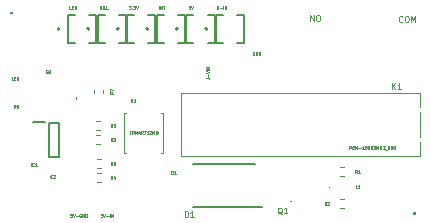
<source format=gbr>
%TF.GenerationSoftware,KiCad,Pcbnew,(5.99.0-10548-gc49af57c2a)*%
%TF.CreationDate,2021-06-24T16:08:38+08:00*%
%TF.ProjectId,facegate-relay-v3-new,66616365-6761-4746-952d-72656c61792d,v01*%
%TF.SameCoordinates,Original*%
%TF.FileFunction,Legend,Top*%
%TF.FilePolarity,Positive*%
%FSLAX46Y46*%
G04 Gerber Fmt 4.6, Leading zero omitted, Abs format (unit mm)*
G04 Created by KiCad (PCBNEW (5.99.0-10548-gc49af57c2a)) date 2021-06-24 16:08:38*
%MOMM*%
%LPD*%
G01*
G04 APERTURE LIST*
%ADD10C,0.125000*%
%ADD11C,0.062500*%
%ADD12C,0.025000*%
%ADD13C,0.150000*%
%ADD14C,0.120000*%
%ADD15C,0.100000*%
%ADD16C,0.200000*%
G04 APERTURE END LIST*
D10*
%TO.C,NO*%
X117095238Y-59826190D02*
X117095238Y-59326190D01*
X117380952Y-59826190D01*
X117380952Y-59326190D01*
X117714285Y-59326190D02*
X117809523Y-59326190D01*
X117857142Y-59350000D01*
X117904761Y-59397619D01*
X117928571Y-59492857D01*
X117928571Y-59659523D01*
X117904761Y-59754761D01*
X117857142Y-59802380D01*
X117809523Y-59826190D01*
X117714285Y-59826190D01*
X117666666Y-59802380D01*
X117619047Y-59754761D01*
X117595238Y-59659523D01*
X117595238Y-59492857D01*
X117619047Y-59397619D01*
X117666666Y-59350000D01*
X117714285Y-59326190D01*
X124907142Y-59878571D02*
X124883333Y-59902380D01*
X124811904Y-59926190D01*
X124764285Y-59926190D01*
X124692857Y-59902380D01*
X124645238Y-59854761D01*
X124621428Y-59807142D01*
X124597619Y-59711904D01*
X124597619Y-59640476D01*
X124621428Y-59545238D01*
X124645238Y-59497619D01*
X124692857Y-59450000D01*
X124764285Y-59426190D01*
X124811904Y-59426190D01*
X124883333Y-59450000D01*
X124907142Y-59473809D01*
X125216666Y-59426190D02*
X125311904Y-59426190D01*
X125359523Y-59450000D01*
X125407142Y-59497619D01*
X125430952Y-59592857D01*
X125430952Y-59759523D01*
X125407142Y-59854761D01*
X125359523Y-59902380D01*
X125311904Y-59926190D01*
X125216666Y-59926190D01*
X125169047Y-59902380D01*
X125121428Y-59854761D01*
X125097619Y-59759523D01*
X125097619Y-59592857D01*
X125121428Y-59497619D01*
X125169047Y-59450000D01*
X125216666Y-59426190D01*
X125645238Y-59926190D02*
X125645238Y-59426190D01*
X125811904Y-59783333D01*
X125978571Y-59426190D01*
X125978571Y-59926190D01*
D11*
%TO.C,R4*%
X100358333Y-73213095D02*
X100275000Y-73094047D01*
X100215476Y-73213095D02*
X100215476Y-72963095D01*
X100310714Y-72963095D01*
X100334523Y-72975000D01*
X100346428Y-72986904D01*
X100358333Y-73010714D01*
X100358333Y-73046428D01*
X100346428Y-73070238D01*
X100334523Y-73082142D01*
X100310714Y-73094047D01*
X100215476Y-73094047D01*
X100572619Y-73046428D02*
X100572619Y-73213095D01*
X100513095Y-72951190D02*
X100453571Y-73129761D01*
X100608333Y-73129761D01*
%TO.C,C2*%
X95258333Y-73089285D02*
X95246428Y-73101190D01*
X95210714Y-73113095D01*
X95186904Y-73113095D01*
X95151190Y-73101190D01*
X95127380Y-73077380D01*
X95115476Y-73053571D01*
X95103571Y-73005952D01*
X95103571Y-72970238D01*
X95115476Y-72922619D01*
X95127380Y-72898809D01*
X95151190Y-72875000D01*
X95186904Y-72863095D01*
X95210714Y-72863095D01*
X95246428Y-72875000D01*
X95258333Y-72886904D01*
X95353571Y-72886904D02*
X95365476Y-72875000D01*
X95389285Y-72863095D01*
X95448809Y-72863095D01*
X95472619Y-72875000D01*
X95484523Y-72886904D01*
X95496428Y-72910714D01*
X95496428Y-72934523D01*
X95484523Y-72970238D01*
X95341666Y-73113095D01*
X95496428Y-73113095D01*
D10*
%TO.C,K1*%
X124030952Y-65626190D02*
X124030952Y-65126190D01*
X124316666Y-65626190D02*
X124102380Y-65340476D01*
X124316666Y-65126190D02*
X124030952Y-65411904D01*
X124792857Y-65626190D02*
X124507142Y-65626190D01*
X124650000Y-65626190D02*
X124650000Y-65126190D01*
X124602380Y-65197619D01*
X124554761Y-65245238D01*
X124507142Y-65269047D01*
D11*
X120427380Y-70693095D02*
X120427380Y-70443095D01*
X120522619Y-70443095D01*
X120546428Y-70455000D01*
X120558333Y-70466904D01*
X120570238Y-70490714D01*
X120570238Y-70526428D01*
X120558333Y-70550238D01*
X120546428Y-70562142D01*
X120522619Y-70574047D01*
X120427380Y-70574047D01*
X120820238Y-70669285D02*
X120808333Y-70681190D01*
X120772619Y-70693095D01*
X120748809Y-70693095D01*
X120713095Y-70681190D01*
X120689285Y-70657380D01*
X120677380Y-70633571D01*
X120665476Y-70585952D01*
X120665476Y-70550238D01*
X120677380Y-70502619D01*
X120689285Y-70478809D01*
X120713095Y-70455000D01*
X120748809Y-70443095D01*
X120772619Y-70443095D01*
X120808333Y-70455000D01*
X120820238Y-70466904D01*
X120927380Y-70693095D02*
X120927380Y-70443095D01*
X121070238Y-70693095D01*
X121070238Y-70443095D01*
X121189285Y-70597857D02*
X121379761Y-70597857D01*
X121629761Y-70693095D02*
X121486904Y-70693095D01*
X121558333Y-70693095D02*
X121558333Y-70443095D01*
X121534523Y-70478809D01*
X121510714Y-70502619D01*
X121486904Y-70514523D01*
X121784523Y-70443095D02*
X121808333Y-70443095D01*
X121832142Y-70455000D01*
X121844047Y-70466904D01*
X121855952Y-70490714D01*
X121867857Y-70538333D01*
X121867857Y-70597857D01*
X121855952Y-70645476D01*
X121844047Y-70669285D01*
X121832142Y-70681190D01*
X121808333Y-70693095D01*
X121784523Y-70693095D01*
X121760714Y-70681190D01*
X121748809Y-70669285D01*
X121736904Y-70645476D01*
X121725000Y-70597857D01*
X121725000Y-70538333D01*
X121736904Y-70490714D01*
X121748809Y-70466904D01*
X121760714Y-70455000D01*
X121784523Y-70443095D01*
X122094047Y-70443095D02*
X121975000Y-70443095D01*
X121963095Y-70562142D01*
X121975000Y-70550238D01*
X121998809Y-70538333D01*
X122058333Y-70538333D01*
X122082142Y-70550238D01*
X122094047Y-70562142D01*
X122105952Y-70585952D01*
X122105952Y-70645476D01*
X122094047Y-70669285D01*
X122082142Y-70681190D01*
X122058333Y-70693095D01*
X121998809Y-70693095D01*
X121975000Y-70681190D01*
X121963095Y-70669285D01*
X122213095Y-70693095D02*
X122213095Y-70443095D01*
X122272619Y-70443095D01*
X122308333Y-70455000D01*
X122332142Y-70478809D01*
X122344047Y-70502619D01*
X122355952Y-70550238D01*
X122355952Y-70585952D01*
X122344047Y-70633571D01*
X122332142Y-70657380D01*
X122308333Y-70681190D01*
X122272619Y-70693095D01*
X122213095Y-70693095D01*
X122439285Y-70443095D02*
X122594047Y-70443095D01*
X122510714Y-70538333D01*
X122546428Y-70538333D01*
X122570238Y-70550238D01*
X122582142Y-70562142D01*
X122594047Y-70585952D01*
X122594047Y-70645476D01*
X122582142Y-70669285D01*
X122570238Y-70681190D01*
X122546428Y-70693095D01*
X122475000Y-70693095D01*
X122451190Y-70681190D01*
X122439285Y-70669285D01*
X122701190Y-70693095D02*
X122701190Y-70443095D01*
X122784523Y-70621666D01*
X122867857Y-70443095D01*
X122867857Y-70693095D01*
X122986904Y-70693095D02*
X122986904Y-70443095D01*
X122986904Y-70562142D02*
X123129761Y-70562142D01*
X123129761Y-70693095D02*
X123129761Y-70443095D01*
X123225000Y-70443095D02*
X123391666Y-70443095D01*
X123225000Y-70693095D01*
X123391666Y-70693095D01*
X123427380Y-70716904D02*
X123617857Y-70716904D01*
X123725000Y-70443095D02*
X123748809Y-70443095D01*
X123772619Y-70455000D01*
X123784523Y-70466904D01*
X123796428Y-70490714D01*
X123808333Y-70538333D01*
X123808333Y-70597857D01*
X123796428Y-70645476D01*
X123784523Y-70669285D01*
X123772619Y-70681190D01*
X123748809Y-70693095D01*
X123725000Y-70693095D01*
X123701190Y-70681190D01*
X123689285Y-70669285D01*
X123677380Y-70645476D01*
X123665476Y-70597857D01*
X123665476Y-70538333D01*
X123677380Y-70490714D01*
X123689285Y-70466904D01*
X123701190Y-70455000D01*
X123725000Y-70443095D01*
X123963095Y-70443095D02*
X123986904Y-70443095D01*
X124010714Y-70455000D01*
X124022619Y-70466904D01*
X124034523Y-70490714D01*
X124046428Y-70538333D01*
X124046428Y-70597857D01*
X124034523Y-70645476D01*
X124022619Y-70669285D01*
X124010714Y-70681190D01*
X123986904Y-70693095D01*
X123963095Y-70693095D01*
X123939285Y-70681190D01*
X123927380Y-70669285D01*
X123915476Y-70645476D01*
X123903571Y-70597857D01*
X123903571Y-70538333D01*
X123915476Y-70490714D01*
X123927380Y-70466904D01*
X123939285Y-70455000D01*
X123963095Y-70443095D01*
X124201190Y-70443095D02*
X124225000Y-70443095D01*
X124248809Y-70455000D01*
X124260714Y-70466904D01*
X124272619Y-70490714D01*
X124284523Y-70538333D01*
X124284523Y-70597857D01*
X124272619Y-70645476D01*
X124260714Y-70669285D01*
X124248809Y-70681190D01*
X124225000Y-70693095D01*
X124201190Y-70693095D01*
X124177380Y-70681190D01*
X124165476Y-70669285D01*
X124153571Y-70645476D01*
X124141666Y-70597857D01*
X124141666Y-70538333D01*
X124153571Y-70490714D01*
X124165476Y-70466904D01*
X124177380Y-70455000D01*
X124201190Y-70443095D01*
D10*
%TO.C,Q1*%
X114702380Y-76173809D02*
X114654761Y-76150000D01*
X114607142Y-76102380D01*
X114535714Y-76030952D01*
X114488095Y-76007142D01*
X114440476Y-76007142D01*
X114464285Y-76126190D02*
X114416666Y-76102380D01*
X114369047Y-76054761D01*
X114345238Y-75959523D01*
X114345238Y-75792857D01*
X114369047Y-75697619D01*
X114416666Y-75650000D01*
X114464285Y-75626190D01*
X114559523Y-75626190D01*
X114607142Y-75650000D01*
X114654761Y-75697619D01*
X114678571Y-75792857D01*
X114678571Y-75959523D01*
X114654761Y-76054761D01*
X114607142Y-76102380D01*
X114559523Y-76126190D01*
X114464285Y-76126190D01*
X115154761Y-76126190D02*
X114869047Y-76126190D01*
X115011904Y-76126190D02*
X115011904Y-75626190D01*
X114964285Y-75697619D01*
X114916666Y-75745238D01*
X114869047Y-75769047D01*
D11*
%TO.C,C1*%
X105458333Y-72789285D02*
X105446428Y-72801190D01*
X105410714Y-72813095D01*
X105386904Y-72813095D01*
X105351190Y-72801190D01*
X105327380Y-72777380D01*
X105315476Y-72753571D01*
X105303571Y-72705952D01*
X105303571Y-72670238D01*
X105315476Y-72622619D01*
X105327380Y-72598809D01*
X105351190Y-72575000D01*
X105386904Y-72563095D01*
X105410714Y-72563095D01*
X105446428Y-72575000D01*
X105458333Y-72586904D01*
X105696428Y-72813095D02*
X105553571Y-72813095D01*
X105625000Y-72813095D02*
X105625000Y-72563095D01*
X105601190Y-72598809D01*
X105577380Y-72622619D01*
X105553571Y-72634523D01*
%TO.C,R5*%
X100358333Y-68813095D02*
X100275000Y-68694047D01*
X100215476Y-68813095D02*
X100215476Y-68563095D01*
X100310714Y-68563095D01*
X100334523Y-68575000D01*
X100346428Y-68586904D01*
X100358333Y-68610714D01*
X100358333Y-68646428D01*
X100346428Y-68670238D01*
X100334523Y-68682142D01*
X100310714Y-68694047D01*
X100215476Y-68694047D01*
X100584523Y-68563095D02*
X100465476Y-68563095D01*
X100453571Y-68682142D01*
X100465476Y-68670238D01*
X100489285Y-68658333D01*
X100548809Y-68658333D01*
X100572619Y-68670238D01*
X100584523Y-68682142D01*
X100596428Y-68705952D01*
X100596428Y-68765476D01*
X100584523Y-68789285D01*
X100572619Y-68801190D01*
X100548809Y-68813095D01*
X100489285Y-68813095D01*
X100465476Y-68801190D01*
X100453571Y-68789285D01*
%TO.C,R7*%
X100413095Y-65841666D02*
X100294047Y-65925000D01*
X100413095Y-65984523D02*
X100163095Y-65984523D01*
X100163095Y-65889285D01*
X100175000Y-65865476D01*
X100186904Y-65853571D01*
X100210714Y-65841666D01*
X100246428Y-65841666D01*
X100270238Y-65853571D01*
X100282142Y-65865476D01*
X100294047Y-65889285D01*
X100294047Y-65984523D01*
X100163095Y-65758333D02*
X100163095Y-65591666D01*
X100413095Y-65698809D01*
D10*
%TO.C,D1*%
X106480952Y-76426190D02*
X106480952Y-75926190D01*
X106600000Y-75926190D01*
X106671428Y-75950000D01*
X106719047Y-75997619D01*
X106742857Y-76045238D01*
X106766666Y-76140476D01*
X106766666Y-76211904D01*
X106742857Y-76307142D01*
X106719047Y-76354761D01*
X106671428Y-76402380D01*
X106600000Y-76426190D01*
X106480952Y-76426190D01*
X107242857Y-76426190D02*
X106957142Y-76426190D01*
X107100000Y-76426190D02*
X107100000Y-75926190D01*
X107052380Y-75997619D01*
X107004761Y-76045238D01*
X106957142Y-76069047D01*
D11*
%TO.C,R6*%
X100358333Y-72013095D02*
X100275000Y-71894047D01*
X100215476Y-72013095D02*
X100215476Y-71763095D01*
X100310714Y-71763095D01*
X100334523Y-71775000D01*
X100346428Y-71786904D01*
X100358333Y-71810714D01*
X100358333Y-71846428D01*
X100346428Y-71870238D01*
X100334523Y-71882142D01*
X100310714Y-71894047D01*
X100215476Y-71894047D01*
X100572619Y-71763095D02*
X100525000Y-71763095D01*
X100501190Y-71775000D01*
X100489285Y-71786904D01*
X100465476Y-71822619D01*
X100453571Y-71870238D01*
X100453571Y-71965476D01*
X100465476Y-71989285D01*
X100477380Y-72001190D01*
X100501190Y-72013095D01*
X100548809Y-72013095D01*
X100572619Y-72001190D01*
X100584523Y-71989285D01*
X100596428Y-71965476D01*
X100596428Y-71905952D01*
X100584523Y-71882142D01*
X100572619Y-71870238D01*
X100548809Y-71858333D01*
X100501190Y-71858333D01*
X100477380Y-71870238D01*
X100465476Y-71882142D01*
X100453571Y-71905952D01*
%TO.C,L1*%
X121058333Y-74013095D02*
X120939285Y-74013095D01*
X120939285Y-73763095D01*
X121272619Y-74013095D02*
X121129761Y-74013095D01*
X121201190Y-74013095D02*
X121201190Y-73763095D01*
X121177380Y-73798809D01*
X121153571Y-73822619D01*
X121129761Y-73834523D01*
%TO.C,PB*%
X92009523Y-67213095D02*
X92009523Y-66963095D01*
X92104761Y-66963095D01*
X92128571Y-66975000D01*
X92140476Y-66986904D01*
X92152380Y-67010714D01*
X92152380Y-67046428D01*
X92140476Y-67070238D01*
X92128571Y-67082142D01*
X92104761Y-67094047D01*
X92009523Y-67094047D01*
X92342857Y-67082142D02*
X92378571Y-67094047D01*
X92390476Y-67105952D01*
X92402380Y-67129761D01*
X92402380Y-67165476D01*
X92390476Y-67189285D01*
X92378571Y-67201190D01*
X92354761Y-67213095D01*
X92259523Y-67213095D01*
X92259523Y-66963095D01*
X92342857Y-66963095D01*
X92366666Y-66975000D01*
X92378571Y-66986904D01*
X92390476Y-67010714D01*
X92390476Y-67034523D01*
X92378571Y-67058333D01*
X92366666Y-67070238D01*
X92342857Y-67082142D01*
X92259523Y-67082142D01*
%TO.C,J-VIN*%
X108313095Y-64666666D02*
X108491666Y-64666666D01*
X108527380Y-64678571D01*
X108551190Y-64702380D01*
X108563095Y-64738095D01*
X108563095Y-64761904D01*
X108467857Y-64547619D02*
X108467857Y-64357142D01*
X108313095Y-64273809D02*
X108563095Y-64190476D01*
X108313095Y-64107142D01*
X108563095Y-64023809D02*
X108313095Y-64023809D01*
X108563095Y-63904761D02*
X108313095Y-63904761D01*
X108563095Y-63761904D01*
X108313095Y-63761904D01*
%TO.C,Q2*%
X94876190Y-64236904D02*
X94852380Y-64225000D01*
X94828571Y-64201190D01*
X94792857Y-64165476D01*
X94769047Y-64153571D01*
X94745238Y-64153571D01*
X94757142Y-64213095D02*
X94733333Y-64201190D01*
X94709523Y-64177380D01*
X94697619Y-64129761D01*
X94697619Y-64046428D01*
X94709523Y-63998809D01*
X94733333Y-63975000D01*
X94757142Y-63963095D01*
X94804761Y-63963095D01*
X94828571Y-63975000D01*
X94852380Y-63998809D01*
X94864285Y-64046428D01*
X94864285Y-64129761D01*
X94852380Y-64177380D01*
X94828571Y-64201190D01*
X94804761Y-64213095D01*
X94757142Y-64213095D01*
X94959523Y-63986904D02*
X94971428Y-63975000D01*
X94995238Y-63963095D01*
X95054761Y-63963095D01*
X95078571Y-63975000D01*
X95090476Y-63986904D01*
X95102380Y-64010714D01*
X95102380Y-64034523D01*
X95090476Y-64070238D01*
X94947619Y-64213095D01*
X95102380Y-64213095D01*
%TO.C,U1*%
X101909523Y-66463095D02*
X101909523Y-66665476D01*
X101921428Y-66689285D01*
X101933333Y-66701190D01*
X101957142Y-66713095D01*
X102004761Y-66713095D01*
X102028571Y-66701190D01*
X102040476Y-66689285D01*
X102052380Y-66665476D01*
X102052380Y-66463095D01*
X102302380Y-66713095D02*
X102159523Y-66713095D01*
X102230952Y-66713095D02*
X102230952Y-66463095D01*
X102207142Y-66498809D01*
X102183333Y-66522619D01*
X102159523Y-66534523D01*
X101803571Y-69163095D02*
X101946428Y-69163095D01*
X101875000Y-69413095D02*
X101875000Y-69163095D01*
X102029761Y-69413095D02*
X102029761Y-69163095D01*
X102125000Y-69163095D01*
X102148809Y-69175000D01*
X102160714Y-69186904D01*
X102172619Y-69210714D01*
X102172619Y-69246428D01*
X102160714Y-69270238D01*
X102148809Y-69282142D01*
X102125000Y-69294047D01*
X102029761Y-69294047D01*
X102279761Y-69413095D02*
X102279761Y-69163095D01*
X102422619Y-69413095D01*
X102422619Y-69163095D01*
X102648809Y-69246428D02*
X102648809Y-69413095D01*
X102589285Y-69151190D02*
X102529761Y-69329761D01*
X102684523Y-69329761D01*
X102922619Y-69413095D02*
X102839285Y-69294047D01*
X102779761Y-69413095D02*
X102779761Y-69163095D01*
X102875000Y-69163095D01*
X102898809Y-69175000D01*
X102910714Y-69186904D01*
X102922619Y-69210714D01*
X102922619Y-69246428D01*
X102910714Y-69270238D01*
X102898809Y-69282142D01*
X102875000Y-69294047D01*
X102779761Y-69294047D01*
X103005952Y-69163095D02*
X103172619Y-69163095D01*
X103065476Y-69413095D01*
X103398809Y-69413095D02*
X103255952Y-69413095D01*
X103327380Y-69413095D02*
X103327380Y-69163095D01*
X103303571Y-69198809D01*
X103279761Y-69222619D01*
X103255952Y-69234523D01*
X103494047Y-69186904D02*
X103505952Y-69175000D01*
X103529761Y-69163095D01*
X103589285Y-69163095D01*
X103613095Y-69175000D01*
X103625000Y-69186904D01*
X103636904Y-69210714D01*
X103636904Y-69234523D01*
X103625000Y-69270238D01*
X103482142Y-69413095D01*
X103636904Y-69413095D01*
X103744047Y-69413095D02*
X103744047Y-69163095D01*
X103827380Y-69341666D01*
X103910714Y-69163095D01*
X103910714Y-69413095D01*
X104029761Y-69413095D02*
X104029761Y-69163095D01*
X104089285Y-69163095D01*
X104125000Y-69175000D01*
X104148809Y-69198809D01*
X104160714Y-69222619D01*
X104172619Y-69270238D01*
X104172619Y-69305952D01*
X104160714Y-69353571D01*
X104148809Y-69377380D01*
X104125000Y-69401190D01*
X104089285Y-69413095D01*
X104029761Y-69413095D01*
%TO.C,IC1*%
X93455952Y-72113095D02*
X93455952Y-71863095D01*
X93717857Y-72089285D02*
X93705952Y-72101190D01*
X93670238Y-72113095D01*
X93646428Y-72113095D01*
X93610714Y-72101190D01*
X93586904Y-72077380D01*
X93575000Y-72053571D01*
X93563095Y-72005952D01*
X93563095Y-71970238D01*
X93575000Y-71922619D01*
X93586904Y-71898809D01*
X93610714Y-71875000D01*
X93646428Y-71863095D01*
X93670238Y-71863095D01*
X93705952Y-71875000D01*
X93717857Y-71886904D01*
X93955952Y-72113095D02*
X93813095Y-72113095D01*
X93884523Y-72113095D02*
X93884523Y-71863095D01*
X93860714Y-71898809D01*
X93836904Y-71922619D01*
X93813095Y-71934523D01*
%TO.C,KILL*%
X99272619Y-58813095D02*
X99272619Y-58563095D01*
X99415476Y-58813095D02*
X99308333Y-58670238D01*
X99415476Y-58563095D02*
X99272619Y-58705952D01*
X99522619Y-58813095D02*
X99522619Y-58563095D01*
X99760714Y-58813095D02*
X99641666Y-58813095D01*
X99641666Y-58563095D01*
X99963095Y-58813095D02*
X99844047Y-58813095D01*
X99844047Y-58563095D01*
%TO.C,R2*%
X118458333Y-75413095D02*
X118375000Y-75294047D01*
X118315476Y-75413095D02*
X118315476Y-75163095D01*
X118410714Y-75163095D01*
X118434523Y-75175000D01*
X118446428Y-75186904D01*
X118458333Y-75210714D01*
X118458333Y-75246428D01*
X118446428Y-75270238D01*
X118434523Y-75282142D01*
X118410714Y-75294047D01*
X118315476Y-75294047D01*
X118553571Y-75186904D02*
X118565476Y-75175000D01*
X118589285Y-75163095D01*
X118648809Y-75163095D01*
X118672619Y-75175000D01*
X118684523Y-75186904D01*
X118696428Y-75210714D01*
X118696428Y-75234523D01*
X118684523Y-75270238D01*
X118541666Y-75413095D01*
X118696428Y-75413095D01*
%TO.C,LED*%
X96839285Y-58813095D02*
X96720238Y-58813095D01*
X96720238Y-58563095D01*
X96922619Y-58682142D02*
X97005952Y-58682142D01*
X97041666Y-58813095D02*
X96922619Y-58813095D01*
X96922619Y-58563095D01*
X97041666Y-58563095D01*
X97148809Y-58813095D02*
X97148809Y-58563095D01*
X97208333Y-58563095D01*
X97244047Y-58575000D01*
X97267857Y-58598809D01*
X97279761Y-58622619D01*
X97291666Y-58670238D01*
X97291666Y-58705952D01*
X97279761Y-58753571D01*
X97267857Y-58777380D01*
X97244047Y-58801190D01*
X97208333Y-58813095D01*
X97148809Y-58813095D01*
%TO.C,3.3V*%
X101730952Y-58563095D02*
X101885714Y-58563095D01*
X101802380Y-58658333D01*
X101838095Y-58658333D01*
X101861904Y-58670238D01*
X101873809Y-58682142D01*
X101885714Y-58705952D01*
X101885714Y-58765476D01*
X101873809Y-58789285D01*
X101861904Y-58801190D01*
X101838095Y-58813095D01*
X101766666Y-58813095D01*
X101742857Y-58801190D01*
X101730952Y-58789285D01*
X101992857Y-58789285D02*
X102004761Y-58801190D01*
X101992857Y-58813095D01*
X101980952Y-58801190D01*
X101992857Y-58789285D01*
X101992857Y-58813095D01*
X102088095Y-58563095D02*
X102242857Y-58563095D01*
X102159523Y-58658333D01*
X102195238Y-58658333D01*
X102219047Y-58670238D01*
X102230952Y-58682142D01*
X102242857Y-58705952D01*
X102242857Y-58765476D01*
X102230952Y-58789285D01*
X102219047Y-58801190D01*
X102195238Y-58813095D01*
X102123809Y-58813095D01*
X102100000Y-58801190D01*
X102088095Y-58789285D01*
X102314285Y-58563095D02*
X102397619Y-58813095D01*
X102480952Y-58563095D01*
%TO.C,R3*%
X100358333Y-70013095D02*
X100275000Y-69894047D01*
X100215476Y-70013095D02*
X100215476Y-69763095D01*
X100310714Y-69763095D01*
X100334523Y-69775000D01*
X100346428Y-69786904D01*
X100358333Y-69810714D01*
X100358333Y-69846428D01*
X100346428Y-69870238D01*
X100334523Y-69882142D01*
X100310714Y-69894047D01*
X100215476Y-69894047D01*
X100441666Y-69763095D02*
X100596428Y-69763095D01*
X100513095Y-69858333D01*
X100548809Y-69858333D01*
X100572619Y-69870238D01*
X100584523Y-69882142D01*
X100596428Y-69905952D01*
X100596428Y-69965476D01*
X100584523Y-69989285D01*
X100572619Y-70001190D01*
X100548809Y-70013095D01*
X100477380Y-70013095D01*
X100453571Y-70001190D01*
X100441666Y-69989285D01*
%TO.C,5V-IN*%
X99507142Y-76163095D02*
X99388095Y-76163095D01*
X99376190Y-76282142D01*
X99388095Y-76270238D01*
X99411904Y-76258333D01*
X99471428Y-76258333D01*
X99495238Y-76270238D01*
X99507142Y-76282142D01*
X99519047Y-76305952D01*
X99519047Y-76365476D01*
X99507142Y-76389285D01*
X99495238Y-76401190D01*
X99471428Y-76413095D01*
X99411904Y-76413095D01*
X99388095Y-76401190D01*
X99376190Y-76389285D01*
X99590476Y-76163095D02*
X99673809Y-76413095D01*
X99757142Y-76163095D01*
X99840476Y-76317857D02*
X100030952Y-76317857D01*
X100150000Y-76413095D02*
X100150000Y-76163095D01*
X100269047Y-76413095D02*
X100269047Y-76163095D01*
X100411904Y-76413095D01*
X100411904Y-76163095D01*
%TO.C,LED*%
X91939285Y-64813095D02*
X91820238Y-64813095D01*
X91820238Y-64563095D01*
X92022619Y-64682142D02*
X92105952Y-64682142D01*
X92141666Y-64813095D02*
X92022619Y-64813095D01*
X92022619Y-64563095D01*
X92141666Y-64563095D01*
X92248809Y-64813095D02*
X92248809Y-64563095D01*
X92308333Y-64563095D01*
X92344047Y-64575000D01*
X92367857Y-64598809D01*
X92379761Y-64622619D01*
X92391666Y-64670238D01*
X92391666Y-64705952D01*
X92379761Y-64753571D01*
X92367857Y-64777380D01*
X92344047Y-64801190D01*
X92308333Y-64813095D01*
X92248809Y-64813095D01*
D12*
%TO.C,M2*%
X125819047Y-76145238D02*
X125819047Y-76045238D01*
X125852380Y-76116666D01*
X125885714Y-76045238D01*
X125885714Y-76145238D01*
X125928571Y-76054761D02*
X125933333Y-76050000D01*
X125942857Y-76045238D01*
X125966666Y-76045238D01*
X125976190Y-76050000D01*
X125980952Y-76054761D01*
X125985714Y-76064285D01*
X125985714Y-76073809D01*
X125980952Y-76088095D01*
X125923809Y-76145238D01*
X125985714Y-76145238D01*
D11*
%TO.C,INT*%
X104273809Y-58813095D02*
X104273809Y-58563095D01*
X104392857Y-58813095D02*
X104392857Y-58563095D01*
X104535714Y-58813095D01*
X104535714Y-58563095D01*
X104619047Y-58563095D02*
X104761904Y-58563095D01*
X104690476Y-58813095D02*
X104690476Y-58563095D01*
%TO.C,5V-GND*%
X96916666Y-76163095D02*
X96797619Y-76163095D01*
X96785714Y-76282142D01*
X96797619Y-76270238D01*
X96821428Y-76258333D01*
X96880952Y-76258333D01*
X96904761Y-76270238D01*
X96916666Y-76282142D01*
X96928571Y-76305952D01*
X96928571Y-76365476D01*
X96916666Y-76389285D01*
X96904761Y-76401190D01*
X96880952Y-76413095D01*
X96821428Y-76413095D01*
X96797619Y-76401190D01*
X96785714Y-76389285D01*
X97000000Y-76163095D02*
X97083333Y-76413095D01*
X97166666Y-76163095D01*
X97250000Y-76317857D02*
X97440476Y-76317857D01*
X97690476Y-76175000D02*
X97666666Y-76163095D01*
X97630952Y-76163095D01*
X97595238Y-76175000D01*
X97571428Y-76198809D01*
X97559523Y-76222619D01*
X97547619Y-76270238D01*
X97547619Y-76305952D01*
X97559523Y-76353571D01*
X97571428Y-76377380D01*
X97595238Y-76401190D01*
X97630952Y-76413095D01*
X97654761Y-76413095D01*
X97690476Y-76401190D01*
X97702380Y-76389285D01*
X97702380Y-76305952D01*
X97654761Y-76305952D01*
X97809523Y-76413095D02*
X97809523Y-76163095D01*
X97952380Y-76413095D01*
X97952380Y-76163095D01*
X98071428Y-76413095D02*
X98071428Y-76163095D01*
X98130952Y-76163095D01*
X98166666Y-76175000D01*
X98190476Y-76198809D01*
X98202380Y-76222619D01*
X98214285Y-76270238D01*
X98214285Y-76305952D01*
X98202380Y-76353571D01*
X98190476Y-76377380D01*
X98166666Y-76401190D01*
X98130952Y-76413095D01*
X98071428Y-76413095D01*
D13*
%TO.C,*%
D11*
%TO.C,R1*%
X121058333Y-72713095D02*
X120975000Y-72594047D01*
X120915476Y-72713095D02*
X120915476Y-72463095D01*
X121010714Y-72463095D01*
X121034523Y-72475000D01*
X121046428Y-72486904D01*
X121058333Y-72510714D01*
X121058333Y-72546428D01*
X121046428Y-72570238D01*
X121034523Y-72582142D01*
X121010714Y-72594047D01*
X120915476Y-72594047D01*
X121296428Y-72713095D02*
X121153571Y-72713095D01*
X121225000Y-72713095D02*
X121225000Y-72463095D01*
X121201190Y-72498809D01*
X121177380Y-72522619D01*
X121153571Y-72534523D01*
%TO.C,R-IN*%
X109332142Y-58813095D02*
X109248809Y-58694047D01*
X109189285Y-58813095D02*
X109189285Y-58563095D01*
X109284523Y-58563095D01*
X109308333Y-58575000D01*
X109320238Y-58586904D01*
X109332142Y-58610714D01*
X109332142Y-58646428D01*
X109320238Y-58670238D01*
X109308333Y-58682142D01*
X109284523Y-58694047D01*
X109189285Y-58694047D01*
X109439285Y-58717857D02*
X109629761Y-58717857D01*
X109748809Y-58813095D02*
X109748809Y-58563095D01*
X109867857Y-58813095D02*
X109867857Y-58563095D01*
X110010714Y-58813095D01*
X110010714Y-58563095D01*
%TO.C,GND*%
X112359523Y-62475000D02*
X112335714Y-62463095D01*
X112300000Y-62463095D01*
X112264285Y-62475000D01*
X112240476Y-62498809D01*
X112228571Y-62522619D01*
X112216666Y-62570238D01*
X112216666Y-62605952D01*
X112228571Y-62653571D01*
X112240476Y-62677380D01*
X112264285Y-62701190D01*
X112300000Y-62713095D01*
X112323809Y-62713095D01*
X112359523Y-62701190D01*
X112371428Y-62689285D01*
X112371428Y-62605952D01*
X112323809Y-62605952D01*
X112478571Y-62713095D02*
X112478571Y-62463095D01*
X112621428Y-62713095D01*
X112621428Y-62463095D01*
X112740476Y-62713095D02*
X112740476Y-62463095D01*
X112800000Y-62463095D01*
X112835714Y-62475000D01*
X112859523Y-62498809D01*
X112871428Y-62522619D01*
X112883333Y-62570238D01*
X112883333Y-62605952D01*
X112871428Y-62653571D01*
X112859523Y-62677380D01*
X112835714Y-62701190D01*
X112800000Y-62713095D01*
X112740476Y-62713095D01*
D12*
%TO.C,M2*%
X91719047Y-59145238D02*
X91719047Y-59045238D01*
X91752380Y-59116666D01*
X91785714Y-59045238D01*
X91785714Y-59145238D01*
X91828571Y-59054761D02*
X91833333Y-59050000D01*
X91842857Y-59045238D01*
X91866666Y-59045238D01*
X91876190Y-59050000D01*
X91880952Y-59054761D01*
X91885714Y-59064285D01*
X91885714Y-59073809D01*
X91880952Y-59088095D01*
X91823809Y-59145238D01*
X91885714Y-59145238D01*
D11*
%TO.C,5V*%
X106952380Y-58563095D02*
X106833333Y-58563095D01*
X106821428Y-58682142D01*
X106833333Y-58670238D01*
X106857142Y-58658333D01*
X106916666Y-58658333D01*
X106940476Y-58670238D01*
X106952380Y-58682142D01*
X106964285Y-58705952D01*
X106964285Y-58765476D01*
X106952380Y-58789285D01*
X106940476Y-58801190D01*
X106916666Y-58813095D01*
X106857142Y-58813095D01*
X106833333Y-58801190D01*
X106821428Y-58789285D01*
X107035714Y-58563095D02*
X107119047Y-58813095D01*
X107202380Y-58563095D01*
D14*
%TO.C,R4*%
X99363641Y-73460000D02*
X99056359Y-73460000D01*
X99363641Y-72700000D02*
X99056359Y-72700000D01*
%TO.C,K1*%
X126421900Y-71228900D02*
X126421900Y-70115751D01*
X106178100Y-65971100D02*
X106178100Y-71228900D01*
X106178100Y-71228900D02*
X126421900Y-71228900D01*
X126421900Y-69624249D02*
X126421900Y-67575751D01*
X126421900Y-67084249D02*
X126421900Y-65971100D01*
X126421900Y-65971100D02*
X106178100Y-65971100D01*
D15*
%TO.C,Q1*%
X115400000Y-75100000D02*
X115400000Y-75100000D01*
X115500000Y-75100000D02*
X115500000Y-75100000D01*
X115400000Y-75100000D02*
G75*
G02*
X115500000Y-75100000I50000J0D01*
G01*
X115500000Y-75100000D02*
G75*
G02*
X115400000Y-75100000I-50000J0D01*
G01*
D14*
%TO.C,R5*%
X98968664Y-68320000D02*
X99275946Y-68320000D01*
X98968664Y-69080000D02*
X99275946Y-69080000D01*
%TO.C,R7*%
X99580000Y-65646359D02*
X99580000Y-65953641D01*
X98820000Y-65646359D02*
X98820000Y-65953641D01*
D16*
%TO.C,D1*%
X112450000Y-71975000D02*
X107150000Y-71975000D01*
X107150000Y-75625000D02*
X113000000Y-75625000D01*
D14*
%TO.C,R6*%
X99046359Y-71500000D02*
X99353641Y-71500000D01*
X99046359Y-72260000D02*
X99353641Y-72260000D01*
D15*
%TO.C,L1*%
X118760000Y-73900000D02*
G75*
G03*
X118760000Y-73900000I-50000J0D01*
G01*
%TO.C,Q2*%
X97300000Y-66300000D02*
X97300000Y-66300000D01*
X97300000Y-66400000D02*
X97300000Y-66400000D01*
X97300000Y-66400000D02*
G75*
G02*
X97300000Y-66300000I0J50000D01*
G01*
X97300000Y-66300000D02*
G75*
G02*
X97300000Y-66400000I0J-50000D01*
G01*
D14*
%TO.C,U1*%
X104676400Y-68776760D02*
X104676400Y-67623600D01*
X101501761Y-67623600D02*
X101323600Y-67623600D01*
X104676400Y-70976400D02*
X104676400Y-68665000D01*
X104676400Y-67623600D02*
X104498239Y-67623600D01*
X101323600Y-69823240D02*
X101323600Y-70976400D01*
X101323600Y-70976400D02*
X101501761Y-70976400D01*
X104498239Y-70976400D02*
X104676400Y-70976400D01*
X101323600Y-67623600D02*
X101323600Y-69823240D01*
D16*
%TO.C,IC1*%
X95867305Y-71350000D02*
X95017305Y-71350000D01*
X95017305Y-71350000D02*
X95017305Y-68450000D01*
X95867305Y-68450000D02*
X95867305Y-71350000D01*
X95017305Y-68450000D02*
X95867305Y-68450000D01*
X93617305Y-68350000D02*
X94667305Y-68350000D01*
%TO.C,KILL*%
X99100000Y-61700000D02*
X99695000Y-61700000D01*
X100905000Y-59300000D02*
X101500000Y-59300000D01*
X100905000Y-61700000D02*
X101500000Y-61700000D01*
X101500000Y-59300000D02*
X101500000Y-61700000D01*
X99100000Y-59300000D02*
X99695000Y-59300000D01*
X99100000Y-59300000D02*
X99100000Y-61700000D01*
X98400000Y-60500000D02*
G75*
G03*
X98400000Y-60500000I-100000J0D01*
G01*
D14*
%TO.C,R2*%
X119953641Y-75680000D02*
X119646359Y-75680000D01*
X119953641Y-74920000D02*
X119646359Y-74920000D01*
D16*
%TO.C,LED*%
X96600000Y-59300000D02*
X96600000Y-61700000D01*
X96600000Y-59300000D02*
X97195000Y-59300000D01*
X96600000Y-61700000D02*
X97195000Y-61700000D01*
X99000000Y-59300000D02*
X99000000Y-61700000D01*
X98405000Y-59300000D02*
X99000000Y-59300000D01*
X98405000Y-61700000D02*
X99000000Y-61700000D01*
X95900000Y-60500000D02*
G75*
G03*
X95900000Y-60500000I-100000J0D01*
G01*
%TO.C,3.3V*%
X101600000Y-61700000D02*
X102195000Y-61700000D01*
X101600000Y-59300000D02*
X101600000Y-61700000D01*
X103405000Y-59300000D02*
X104000000Y-59300000D01*
X101600000Y-59300000D02*
X102195000Y-59300000D01*
X104000000Y-59300000D02*
X104000000Y-61700000D01*
X103405000Y-61700000D02*
X104000000Y-61700000D01*
X100900000Y-60500000D02*
G75*
G03*
X100900000Y-60500000I-100000J0D01*
G01*
D14*
%TO.C,R3*%
X98978664Y-70280000D02*
X99285946Y-70280000D01*
X98978664Y-69520000D02*
X99285946Y-69520000D01*
D16*
%TO.C,INT*%
X104100000Y-59300000D02*
X104695000Y-59300000D01*
X104100000Y-59300000D02*
X104100000Y-61700000D01*
X105905000Y-59300000D02*
X106500000Y-59300000D01*
X105905000Y-61700000D02*
X106500000Y-61700000D01*
X106500000Y-59300000D02*
X106500000Y-61700000D01*
X104100000Y-61700000D02*
X104695000Y-61700000D01*
X103400000Y-60500000D02*
G75*
G03*
X103400000Y-60500000I-100000J0D01*
G01*
D14*
%TO.C,R1*%
X119646359Y-72220000D02*
X119953641Y-72220000D01*
X119646359Y-72980000D02*
X119953641Y-72980000D01*
D16*
%TO.C,R-IN*%
X108400000Y-60500000D02*
G75*
G03*
X108400000Y-60500000I-100000J0D01*
G01*
X109100000Y-59300000D02*
X109695000Y-59300000D01*
X110905000Y-61700000D02*
X111500000Y-61700000D01*
X111500000Y-59300000D02*
X111500000Y-61700000D01*
X109100000Y-59300000D02*
X109100000Y-61700000D01*
X110905000Y-59300000D02*
X111500000Y-59300000D01*
X109100000Y-61700000D02*
X109695000Y-61700000D01*
%TO.C,5V*%
X106600000Y-59300000D02*
X106600000Y-61700000D01*
X108405000Y-61700000D02*
X109000000Y-61700000D01*
X109000000Y-59300000D02*
X109000000Y-61700000D01*
X106600000Y-59300000D02*
X107195000Y-59300000D01*
X106600000Y-61700000D02*
X107195000Y-61700000D01*
X108405000Y-59300000D02*
X109000000Y-59300000D01*
X105900000Y-60500000D02*
G75*
G03*
X105900000Y-60500000I-100000J0D01*
G01*
%TD*%
M02*

</source>
